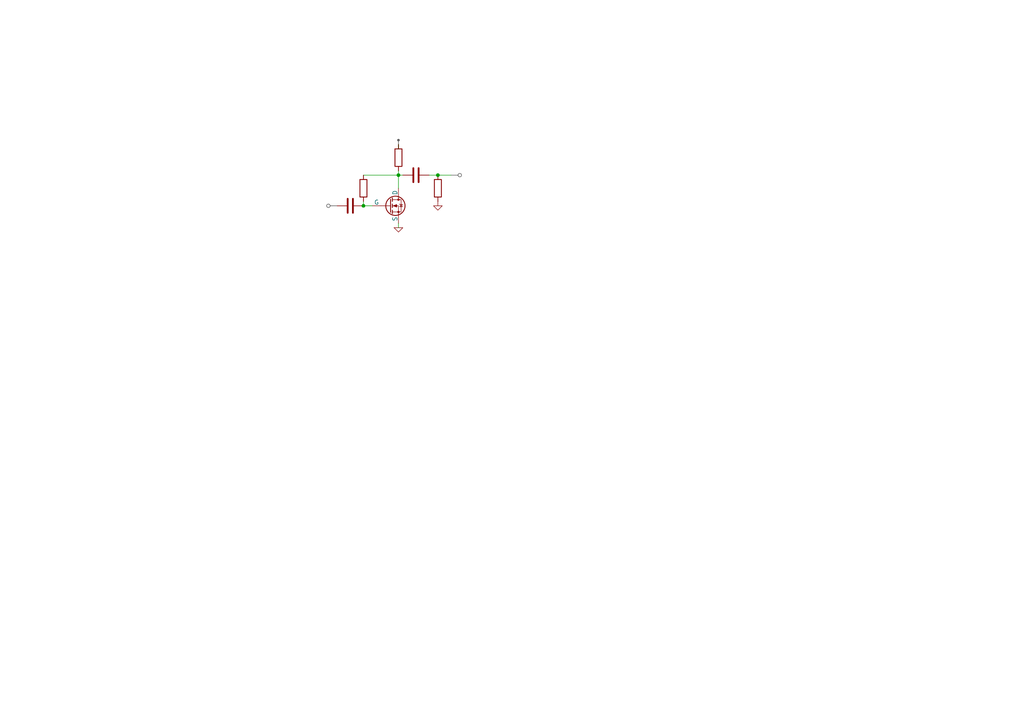
<source format=kicad_sch>
(kicad_sch (version 20250114) (generator "eeschema") (generator_version "9.0")
  (paper "A4")
  (lib_symbols
    (symbol "Device:C" (pin_numbers (hide yes)) (pin_names (offset 0.254))
      (property "Reference" "C" (at 0.635 2.54 0))
      (property "Value" "C" (at 0.635 -2.54 0))
      (symbol "C_0_1"
        (polyline (pts (xy -2.032 0.762) (xy 2.032 0.762)) (stroke (width 0.508)))
        (polyline (pts (xy -2.032 -0.762) (xy 2.032 -0.762)) (stroke (width 0.508)))
      )
      (symbol "C_1_1"
        (pin passive line (at 0 3.81 270) (length 2.794) (name "~") (number "1"))
        (pin passive line (at 0 -3.81 90) (length 2.794) (name "~") (number "2"))
      )
    )
    (symbol "Device:R" (pin_numbers (hide yes)) (pin_names (offset 0))
      (property "Reference" "R" (at 2.032 0 90))
      (property "Value" "R" (at 0 0 90))
      (symbol "R_0_1"
        (rectangle (start -1.016 -2.54) (end 1.016 2.54) (stroke (width 0.254)))
      )
      (symbol "R_1_1"
        (pin passive line (at 0 3.81 270) (length 1.27) (name "~") (number "1"))
        (pin passive line (at 0 -3.81 90) (length 1.27) (name "~") (number "2"))
      )
    )
    (symbol "Simulation_SPICE:0" (power) (pin_numbers (hide yes)) (pin_names (offset 0) (hide yes))
      (property "Value" "0" (at 0 -2.54 0))
      (symbol "0_0_1"
        (polyline (pts (xy -1.27 0) (xy 0 -1.27) (xy 1.27 0) (xy -1.27 0)))
      )
      (symbol "0_1_1"
        (pin power_in line (at 0 0 0) (length 0) (name "~") (number "1"))
      )
    )
    (symbol "Simulation_SPICE:NMOS" (pin_numbers (hide yes)) (pin_names (offset 0))
      (property "Reference" "Q" (at 5.08 1.27 0))
      (property "Value" "NMOS" (at 5.08 -1.27 0))
      (symbol "NMOS_0_1"
        (polyline (pts (xy 0.254 1.905) (xy 0.254 -1.905)) (stroke (width 0.254)))
        (polyline (pts (xy 0.254 0) (xy -2.54 0)))
        (polyline (pts (xy 0.762 2.286) (xy 0.762 1.27)) (stroke (width 0.254)))
        (polyline (pts (xy 0.762 0.508) (xy 0.762 -0.508)) (stroke (width 0.254)))
        (polyline (pts (xy 0.762 -1.27) (xy 0.762 -2.286)) (stroke (width 0.254)))
        (polyline (pts (xy 0.762 -1.778) (xy 3.302 -1.778) (xy 3.302 1.778) (xy 0.762 1.778)))
        (polyline (pts (xy 1.016 0) (xy 2.032 0.381) (xy 2.032 -0.381) (xy 1.016 0)) (fill (type outline)))
        (circle (center 1.651 0) (radius 2.794) (stroke (width 0.254)))
        (polyline (pts (xy 2.54 2.54) (xy 2.54 1.778)))
        (circle (center 2.54 1.778) (radius 0.254) (fill (type outline)))
        (circle (center 2.54 -1.778) (radius 0.254) (fill (type outline)))
        (polyline (pts (xy 2.54 -2.54) (xy 2.54 0) (xy 0.762 0)))
        (polyline (pts (xy 2.794 0.508) (xy 2.921 0.381) (xy 3.683 0.381) (xy 3.81 0.254)))
        (polyline (pts (xy 3.302 0.381) (xy 2.921 -0.254) (xy 3.683 -0.254) (xy 3.302 0.381)))
      )
      (symbol "NMOS_1_1"
        (pin input line (at -5.08 0 0) (length 2.54) (name "G") (number "2"))
        (pin passive line (at 2.54 5.08 270) (length 2.54) (name "D") (number "1"))
        (pin passive line (at 2.54 -5.08 90) (length 2.54) (name "S") (number "3"))
      )
    )
    (symbol "power:GND" (power) (pin_numbers (hide yes)) (pin_names (offset 0) (hide yes))
      (property "Value" "GND" (at 0 -3.81 0))
      (symbol "GND_0_1"
        (polyline (pts (xy 0 0) (xy 0 -1.27) (xy 1.27 -1.27) (xy 0 -2.54) (xy -1.27 -1.27) (xy 0 -1.27)))
      )
      (symbol "GND_1_1"
        (pin power_in line (at 0 0 270) (length 0) (name "~") (number "1"))
      )
    )
  )
  (junction (at 105.41 59.69))
  (junction (at 127 50.8))
  (junction (at 115.57 50.8))
  (wire (pts (xy 115.57 49.53) (xy 115.57 50.8)))
  (wire (pts (xy 105.41 59.69) (xy 107.95 59.69)))
  (wire (pts (xy 116.84 50.8) (xy 115.57 50.8)))
  (wire (pts (xy 127 50.8) (xy 130.81 50.8)))
  (wire (pts (xy 115.57 64.77) (xy 115.57 66.04)))
  (wire (pts (xy 105.41 58.42) (xy 105.41 59.69)))
  (wire (pts (xy 115.57 43.18) (xy 115.57 41.91)))
  (wire (pts (xy 124.46 50.8) (xy 127 50.8)))
  (wire (pts (xy 105.41 50.8) (xy 115.57 50.8)))
  (wire (pts (xy 115.57 50.8) (xy 115.57 54.61)))
  (netclass_flag "" (length 2.54) (shape dot) (at 115.57 43.18 0) (property "Netclass" "V_DD" (effects (hide yes))))
  (netclass_flag "" (length 2.54) (shape round) (at 97.79 59.69 90) (property "Netclass" "v_in" (effects (hide yes))))
  (netclass_flag "" (length 2.54) (shape round) (at 130.81 50.8 270) (property "Netclass" "V_OUT" (effects (hide yes))))
  (symbol (lib_id "Device:C") (at 101.6 59.69 90) (unit 1)
    (property "Reference" "C1" (effects (hide yes)))
    (property "Value" "C" (effects (hide yes)))
    (property "Description" "Unpolarized capacitor" (effects (hide yes)))
  )
  (symbol (lib_id "Device:R") (at 115.57 45.72 0) (unit 1)
    (property "Reference" "R2" (effects (hide yes)))
    (property "Value" "R" (effects (hide yes)))
    (property "Description" "Resistor" (effects (hide yes)))
  )
  (symbol (lib_id "power:GND") (at 127 58.42 0) (unit 1)
    (property "Reference" "#PWR02" (effects (hide yes)))
    (property "Value" "GND" (effects (hide yes)))
    (property "Description" "Power symbol creates a global label with name \"GND\" , ground" (effects (hide yes)))
  )
  (symbol (lib_id "Device:R") (at 127 54.61 0) (unit 1)
    (property "Reference" "R3" (effects (hide yes)))
    (property "Value" "R" (effects (hide yes)))
    (property "Description" "Resistor" (effects (hide yes)))
  )
  (symbol (lib_id "Device:R") (at 105.41 54.61 0) (unit 1)
    (property "Reference" "R1" (effects (hide yes)))
    (property "Value" "R" (effects (hide yes)))
    (property "Description" "Resistor" (effects (hide yes)))
  )
  (symbol (lib_id "Device:C") (at 120.65 50.8 90) (unit 1)
    (property "Reference" "C2" (effects (hide yes)))
    (property "Value" "C" (effects (hide yes)))
    (property "Description" "Unpolarized capacitor" (effects (hide yes)))
  )
  (symbol (lib_id "Simulation_SPICE:0") (at 115.57 66.04 0) (unit 1)
    (property "Reference" "#GND01" (effects (hide yes)))
    (property "Value" "0" (effects (hide yes)))
    (property "Datasheet" "https://ngspice.sourceforge.io/docs/ngspice-html-manual/manual.xhtml#subsec_Circuit_elements__device" (effects (hide yes)))
    (property "Description" "0V reference potential for simulation" (effects (hide yes)))
  )
  (symbol (lib_id "Simulation_SPICE:NMOS") (at 113.03 59.69 0) (unit 1)
    (property "Reference" "Q1" (effects (hide yes)))
    (property "Value" "NMOS" (effects (hide yes)))
    (property "Datasheet" "https://ngspice.sourceforge.io/docs/ngspice-html-manual/manual.xhtml#cha_MOSFETs" (effects (hide yes)))
    (property "Description" "N-MOSFET transistor, drain/source/gate" (effects (hide yes)))
    (property "Sim.Device" "NMOS" (effects (hide yes)))
    (property "Sim.Type" "VDMOS" (effects (hide yes)))
    (property "Sim.Pins" "1=D 2=G 3=S" (effects (hide yes)))
  )
)
</source>
